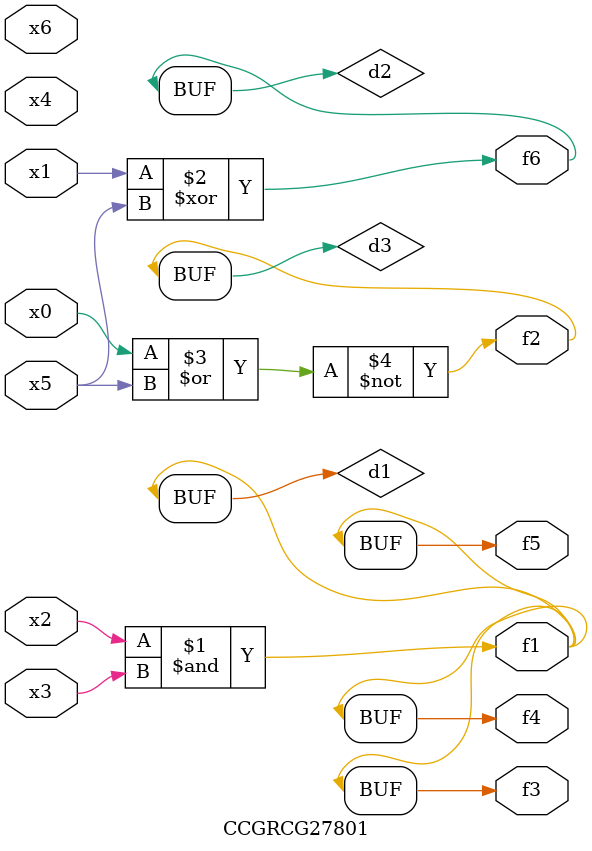
<source format=v>
module CCGRCG27801(
	input x0, x1, x2, x3, x4, x5, x6,
	output f1, f2, f3, f4, f5, f6
);

	wire d1, d2, d3;

	and (d1, x2, x3);
	xor (d2, x1, x5);
	nor (d3, x0, x5);
	assign f1 = d1;
	assign f2 = d3;
	assign f3 = d1;
	assign f4 = d1;
	assign f5 = d1;
	assign f6 = d2;
endmodule

</source>
